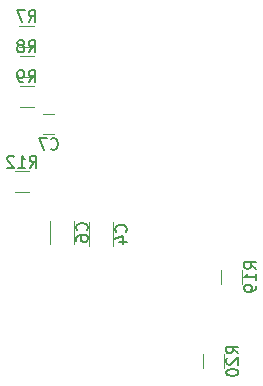
<source format=gbo>
G04 #@! TF.FileFunction,Legend,Bot*
%FSLAX46Y46*%
G04 Gerber Fmt 4.6, Leading zero omitted, Abs format (unit mm)*
G04 Created by KiCad (PCBNEW 4.0.7) date Sat Nov 18 21:15:49 2017*
%MOMM*%
%LPD*%
G01*
G04 APERTURE LIST*
%ADD10C,0.100000*%
%ADD11C,0.120000*%
%ADD12C,0.150000*%
G04 APERTURE END LIST*
D10*
D11*
X48327500Y-34172400D02*
X48327500Y-36172400D01*
X46287500Y-36172400D02*
X46287500Y-34172400D01*
X45025500Y-34045400D02*
X45025500Y-36045400D01*
X42985500Y-36045400D02*
X42985500Y-34045400D01*
X43382500Y-26719900D02*
X42382500Y-26719900D01*
X42382500Y-25019900D02*
X43382500Y-25019900D01*
X40418500Y-19320400D02*
X41618500Y-19320400D01*
X41618500Y-17560400D02*
X40418500Y-17560400D01*
X40423500Y-21860400D02*
X41623500Y-21860400D01*
X41623500Y-20100400D02*
X40423500Y-20100400D01*
X40423500Y-24400400D02*
X41623500Y-24400400D01*
X41623500Y-22640400D02*
X40423500Y-22640400D01*
X40037500Y-31639400D02*
X41237500Y-31639400D01*
X41237500Y-29879400D02*
X40037500Y-29879400D01*
X57476500Y-38191900D02*
X57476500Y-39391900D01*
X59236500Y-39391900D02*
X59236500Y-38191900D01*
X55952500Y-45335900D02*
X55952500Y-46535900D01*
X57712500Y-46535900D02*
X57712500Y-45335900D01*
D12*
X49414643Y-35005734D02*
X49462262Y-34958115D01*
X49509881Y-34815258D01*
X49509881Y-34720020D01*
X49462262Y-34577162D01*
X49367024Y-34481924D01*
X49271786Y-34434305D01*
X49081310Y-34386686D01*
X48938452Y-34386686D01*
X48747976Y-34434305D01*
X48652738Y-34481924D01*
X48557500Y-34577162D01*
X48509881Y-34720020D01*
X48509881Y-34815258D01*
X48557500Y-34958115D01*
X48605119Y-35005734D01*
X48843214Y-35862877D02*
X49509881Y-35862877D01*
X48462262Y-35624781D02*
X49176548Y-35386686D01*
X49176548Y-36005734D01*
X46112643Y-34878734D02*
X46160262Y-34831115D01*
X46207881Y-34688258D01*
X46207881Y-34593020D01*
X46160262Y-34450162D01*
X46065024Y-34354924D01*
X45969786Y-34307305D01*
X45779310Y-34259686D01*
X45636452Y-34259686D01*
X45445976Y-34307305D01*
X45350738Y-34354924D01*
X45255500Y-34450162D01*
X45207881Y-34593020D01*
X45207881Y-34688258D01*
X45255500Y-34831115D01*
X45303119Y-34878734D01*
X45207881Y-35735877D02*
X45207881Y-35545400D01*
X45255500Y-35450162D01*
X45303119Y-35402543D01*
X45445976Y-35307305D01*
X45636452Y-35259686D01*
X46017405Y-35259686D01*
X46112643Y-35307305D01*
X46160262Y-35354924D01*
X46207881Y-35450162D01*
X46207881Y-35640639D01*
X46160262Y-35735877D01*
X46112643Y-35783496D01*
X46017405Y-35831115D01*
X45779310Y-35831115D01*
X45684071Y-35783496D01*
X45636452Y-35735877D01*
X45588833Y-35640639D01*
X45588833Y-35450162D01*
X45636452Y-35354924D01*
X45684071Y-35307305D01*
X45779310Y-35259686D01*
X43049166Y-27977043D02*
X43096785Y-28024662D01*
X43239642Y-28072281D01*
X43334880Y-28072281D01*
X43477738Y-28024662D01*
X43572976Y-27929424D01*
X43620595Y-27834186D01*
X43668214Y-27643710D01*
X43668214Y-27500852D01*
X43620595Y-27310376D01*
X43572976Y-27215138D01*
X43477738Y-27119900D01*
X43334880Y-27072281D01*
X43239642Y-27072281D01*
X43096785Y-27119900D01*
X43049166Y-27167519D01*
X42715833Y-27072281D02*
X42049166Y-27072281D01*
X42477738Y-28072281D01*
X41185166Y-17242781D02*
X41518500Y-16766590D01*
X41756595Y-17242781D02*
X41756595Y-16242781D01*
X41375642Y-16242781D01*
X41280404Y-16290400D01*
X41232785Y-16338019D01*
X41185166Y-16433257D01*
X41185166Y-16576114D01*
X41232785Y-16671352D01*
X41280404Y-16718971D01*
X41375642Y-16766590D01*
X41756595Y-16766590D01*
X40851833Y-16242781D02*
X40185166Y-16242781D01*
X40613738Y-17242781D01*
X41190166Y-19782781D02*
X41523500Y-19306590D01*
X41761595Y-19782781D02*
X41761595Y-18782781D01*
X41380642Y-18782781D01*
X41285404Y-18830400D01*
X41237785Y-18878019D01*
X41190166Y-18973257D01*
X41190166Y-19116114D01*
X41237785Y-19211352D01*
X41285404Y-19258971D01*
X41380642Y-19306590D01*
X41761595Y-19306590D01*
X40618738Y-19211352D02*
X40713976Y-19163733D01*
X40761595Y-19116114D01*
X40809214Y-19020876D01*
X40809214Y-18973257D01*
X40761595Y-18878019D01*
X40713976Y-18830400D01*
X40618738Y-18782781D01*
X40428261Y-18782781D01*
X40333023Y-18830400D01*
X40285404Y-18878019D01*
X40237785Y-18973257D01*
X40237785Y-19020876D01*
X40285404Y-19116114D01*
X40333023Y-19163733D01*
X40428261Y-19211352D01*
X40618738Y-19211352D01*
X40713976Y-19258971D01*
X40761595Y-19306590D01*
X40809214Y-19401829D01*
X40809214Y-19592305D01*
X40761595Y-19687543D01*
X40713976Y-19735162D01*
X40618738Y-19782781D01*
X40428261Y-19782781D01*
X40333023Y-19735162D01*
X40285404Y-19687543D01*
X40237785Y-19592305D01*
X40237785Y-19401829D01*
X40285404Y-19306590D01*
X40333023Y-19258971D01*
X40428261Y-19211352D01*
X41190166Y-22322781D02*
X41523500Y-21846590D01*
X41761595Y-22322781D02*
X41761595Y-21322781D01*
X41380642Y-21322781D01*
X41285404Y-21370400D01*
X41237785Y-21418019D01*
X41190166Y-21513257D01*
X41190166Y-21656114D01*
X41237785Y-21751352D01*
X41285404Y-21798971D01*
X41380642Y-21846590D01*
X41761595Y-21846590D01*
X40713976Y-22322781D02*
X40523500Y-22322781D01*
X40428261Y-22275162D01*
X40380642Y-22227543D01*
X40285404Y-22084686D01*
X40237785Y-21894210D01*
X40237785Y-21513257D01*
X40285404Y-21418019D01*
X40333023Y-21370400D01*
X40428261Y-21322781D01*
X40618738Y-21322781D01*
X40713976Y-21370400D01*
X40761595Y-21418019D01*
X40809214Y-21513257D01*
X40809214Y-21751352D01*
X40761595Y-21846590D01*
X40713976Y-21894210D01*
X40618738Y-21941829D01*
X40428261Y-21941829D01*
X40333023Y-21894210D01*
X40285404Y-21846590D01*
X40237785Y-21751352D01*
X41280357Y-29561781D02*
X41613691Y-29085590D01*
X41851786Y-29561781D02*
X41851786Y-28561781D01*
X41470833Y-28561781D01*
X41375595Y-28609400D01*
X41327976Y-28657019D01*
X41280357Y-28752257D01*
X41280357Y-28895114D01*
X41327976Y-28990352D01*
X41375595Y-29037971D01*
X41470833Y-29085590D01*
X41851786Y-29085590D01*
X40327976Y-29561781D02*
X40899405Y-29561781D01*
X40613691Y-29561781D02*
X40613691Y-28561781D01*
X40708929Y-28704638D01*
X40804167Y-28799876D01*
X40899405Y-28847495D01*
X39947024Y-28657019D02*
X39899405Y-28609400D01*
X39804167Y-28561781D01*
X39566071Y-28561781D01*
X39470833Y-28609400D01*
X39423214Y-28657019D01*
X39375595Y-28752257D01*
X39375595Y-28847495D01*
X39423214Y-28990352D01*
X39994643Y-29561781D01*
X39375595Y-29561781D01*
X60458881Y-38149043D02*
X59982690Y-37815709D01*
X60458881Y-37577614D02*
X59458881Y-37577614D01*
X59458881Y-37958567D01*
X59506500Y-38053805D01*
X59554119Y-38101424D01*
X59649357Y-38149043D01*
X59792214Y-38149043D01*
X59887452Y-38101424D01*
X59935071Y-38053805D01*
X59982690Y-37958567D01*
X59982690Y-37577614D01*
X60458881Y-39101424D02*
X60458881Y-38529995D01*
X60458881Y-38815709D02*
X59458881Y-38815709D01*
X59601738Y-38720471D01*
X59696976Y-38625233D01*
X59744595Y-38529995D01*
X60458881Y-39577614D02*
X60458881Y-39768090D01*
X60411262Y-39863329D01*
X60363643Y-39910948D01*
X60220786Y-40006186D01*
X60030310Y-40053805D01*
X59649357Y-40053805D01*
X59554119Y-40006186D01*
X59506500Y-39958567D01*
X59458881Y-39863329D01*
X59458881Y-39672852D01*
X59506500Y-39577614D01*
X59554119Y-39529995D01*
X59649357Y-39482376D01*
X59887452Y-39482376D01*
X59982690Y-39529995D01*
X60030310Y-39577614D01*
X60077929Y-39672852D01*
X60077929Y-39863329D01*
X60030310Y-39958567D01*
X59982690Y-40006186D01*
X59887452Y-40053805D01*
X58934881Y-45293043D02*
X58458690Y-44959709D01*
X58934881Y-44721614D02*
X57934881Y-44721614D01*
X57934881Y-45102567D01*
X57982500Y-45197805D01*
X58030119Y-45245424D01*
X58125357Y-45293043D01*
X58268214Y-45293043D01*
X58363452Y-45245424D01*
X58411071Y-45197805D01*
X58458690Y-45102567D01*
X58458690Y-44721614D01*
X58030119Y-45673995D02*
X57982500Y-45721614D01*
X57934881Y-45816852D01*
X57934881Y-46054948D01*
X57982500Y-46150186D01*
X58030119Y-46197805D01*
X58125357Y-46245424D01*
X58220595Y-46245424D01*
X58363452Y-46197805D01*
X58934881Y-45626376D01*
X58934881Y-46245424D01*
X57934881Y-46864471D02*
X57934881Y-46959710D01*
X57982500Y-47054948D01*
X58030119Y-47102567D01*
X58125357Y-47150186D01*
X58315833Y-47197805D01*
X58553929Y-47197805D01*
X58744405Y-47150186D01*
X58839643Y-47102567D01*
X58887262Y-47054948D01*
X58934881Y-46959710D01*
X58934881Y-46864471D01*
X58887262Y-46769233D01*
X58839643Y-46721614D01*
X58744405Y-46673995D01*
X58553929Y-46626376D01*
X58315833Y-46626376D01*
X58125357Y-46673995D01*
X58030119Y-46721614D01*
X57982500Y-46769233D01*
X57934881Y-46864471D01*
M02*

</source>
